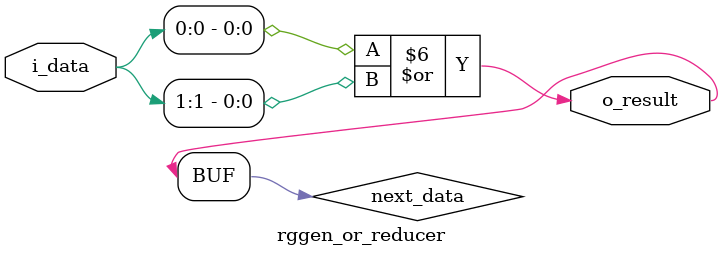
<source format=v>
module rggen_or_reducer #(
  parameter WIDTH = 1,
  parameter N     = 2
)(
  input   [WIDTH*N-1:0] i_data,
  output  [WIDTH-1:0]   o_result
);
  function automatic [16*N-1:0] get_sub_n_list;
    input [15:0]  n;

    reg [15:0]      current_n;
    reg [15:0]      half_n;
    reg [16*N-1:0]  list;
    integer         list_index;
  begin
    current_n   = n;
    list_index  = 0;
    while (current_n > 0) begin
      half_n  = current_n / 2;
      if ((current_n > 4) && (half_n <= 4)) begin
        list[16*list_index+:16] = half_n;
      end
      else if (current_n >= 4) begin
        list[16*list_index+:16] = 4;
      end
      else begin
        list[16*list_index+:16] = current_n;
      end

      current_n   = current_n - list[16*list_index+:16];
      list_index  = list_index + 1;
    end

    while (list_index < N) begin
      list[16*list_index+:16] = 0;
      list_index              = list_index + 1;
    end

    get_sub_n_list  = list;
  end
  endfunction

  function automatic [16*N-1:0] get_offset_list;
    input [16*N-1:0]  sub_n_list;

    reg [16*N-1:0]  list;
    integer         i;
  begin
    for (i = 0;i < N;i = i + 1) begin
      if (i == 0) begin
        list[16*i+:16]  = 0;
      end
      else begin
        list[16*i+:16]  = sub_n_list[16*(i-1)+:16] + list[16*(i-1)+:16];
      end
    end

    get_offset_list = list;
  end
  endfunction

  function automatic [15:0] get_next_n;
    input [16*N-1:0]  sub_n_list;

    reg [15:0]  next_n;
    integer     i;
  begin
    next_n  = 0;
    for (i = 0;i < N;i = i + 1) begin
      next_n  = next_n + ((sub_n_list[16*i+:16] != 0) ? 1 : 0);
    end

    get_next_n  = next_n;
  end
  endfunction

  localparam  [16*N-1:0]  SUB_N_LIST  = get_sub_n_list(N);
  localparam  [16*N-1:0]  OFFSET_LIST = get_offset_list(SUB_N_LIST);
  localparam  [15:0]      NEXT_N      = get_next_n(SUB_N_LIST);

  wire  [WIDTH*NEXT_N-1:0]  next_data;
  genvar                    i;

  generate
    for (i = 0;i < NEXT_N;i = i + 1) begin : g_or_loop
      if (SUB_N_LIST[16*i+:16] == 4) begin : g
        assign  next_data[WIDTH*i+:WIDTH] = (i_data[WIDTH*(OFFSET_LIST[16*i+:16]+0)+:WIDTH] | i_data[WIDTH*(OFFSET_LIST[16*i+:16]+1)+:WIDTH])
                                          | (i_data[WIDTH*(OFFSET_LIST[16*i+:16]+2)+:WIDTH] | i_data[WIDTH*(OFFSET_LIST[16*i+:16]+3)+:WIDTH]);
      end
      else if (SUB_N_LIST[16*i+:16] == 3) begin : g
        assign  next_data[WIDTH*i+:WIDTH] = i_data[WIDTH*(OFFSET_LIST[16*i+:16]+0)+:WIDTH] | i_data[WIDTH*(OFFSET_LIST[16*i+:16]+1)+:WIDTH]
                                          | i_data[WIDTH*(OFFSET_LIST[16*i+:16]+2)+:WIDTH];
      end
      else if (SUB_N_LIST[16*i+:16] == 2) begin : g
        assign  next_data[WIDTH*i+:WIDTH] = i_data[WIDTH*(OFFSET_LIST[16*i+:16]+0)+:WIDTH] | i_data[WIDTH*(OFFSET_LIST[16*i+:16]+1)+:WIDTH];
      end
      else begin : g
        assign  next_data[WIDTH*i+:WIDTH] = i_data[WIDTH*(OFFSET_LIST[16*i+:16]+0)+:WIDTH];
      end
    end

    if (NEXT_N > 1) begin : g_reduce
      rggen_or_reducer #(
        .WIDTH  (WIDTH  ),
        .N      (NEXT_N )
      ) u_reducer (
        .i_data   (next_data  ),
        .o_result (o_result   )
      );
    end
    else begin : g_reduce
      assign  o_result  = next_data[0+:WIDTH];
    end
  endgenerate
endmodule

</source>
